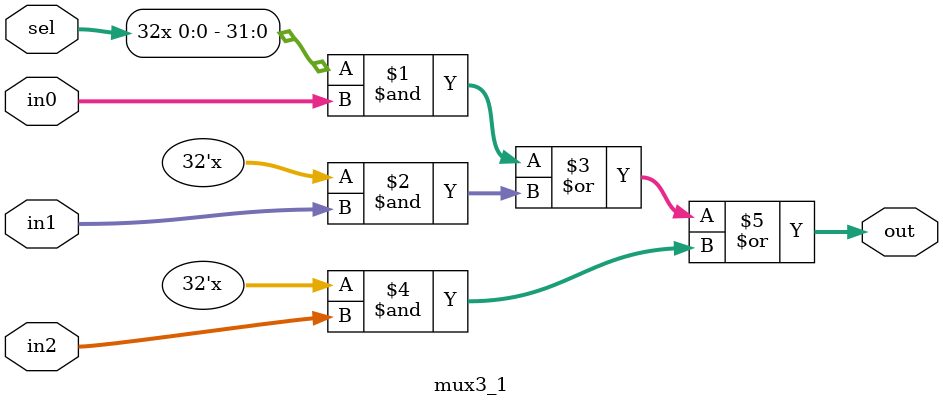
<source format=v>
module mux3_1 #(parameter WIDTH = 32) (
    input  [WIDTH-1:0] in0,
    input  [WIDTH-1:0] in1,
    input  [WIDTH-1:0] in2,
    input              sel,
    output [WIDTH-1:0] out
);
    assign out =  ({32{sel[0]}} & in0)
                | ({32{sel[1]}} & in1)
                | ({32{sel[2]}} & in2);
    
endmodule
</source>
